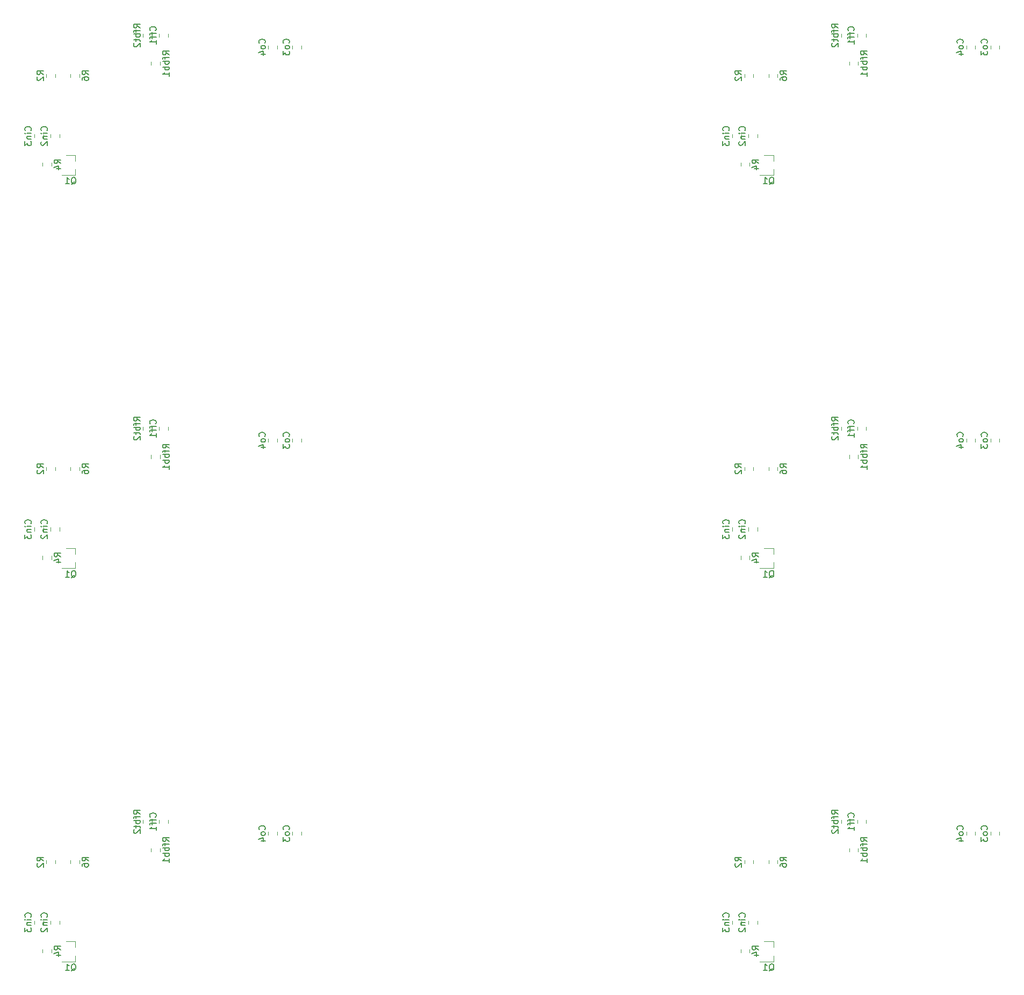
<source format=gbr>
G04 #@! TF.GenerationSoftware,KiCad,Pcbnew,5.1.4*
G04 #@! TF.CreationDate,2019-11-01T23:16:51-03:00*
G04 #@! TF.ProjectId,fonte_18V_panel,666f6e74-655f-4313-9856-5f70616e656c,rev?*
G04 #@! TF.SameCoordinates,Original*
G04 #@! TF.FileFunction,Legend,Bot*
G04 #@! TF.FilePolarity,Positive*
%FSLAX46Y46*%
G04 Gerber Fmt 4.6, Leading zero omitted, Abs format (unit mm)*
G04 Created by KiCad (PCBNEW 5.1.4) date 2019-11-01 23:16:51*
%MOMM*%
%LPD*%
G04 APERTURE LIST*
%ADD10C,0.120000*%
%ADD11C,0.150000*%
G04 APERTURE END LIST*
D10*
X213055000Y-166178748D02*
X213055000Y-166701252D01*
X214475000Y-166178748D02*
X214475000Y-166701252D01*
X103055000Y-166178748D02*
X103055000Y-166701252D01*
X104475000Y-166178748D02*
X104475000Y-166701252D01*
X213055000Y-104178748D02*
X213055000Y-104701252D01*
X214475000Y-104178748D02*
X214475000Y-104701252D01*
X103055000Y-104178748D02*
X103055000Y-104701252D01*
X104475000Y-104178748D02*
X104475000Y-104701252D01*
X213055000Y-42178748D02*
X213055000Y-42701252D01*
X214475000Y-42178748D02*
X214475000Y-42701252D01*
X182660000Y-183470000D02*
X182660000Y-184400000D01*
X182660000Y-186630000D02*
X182660000Y-185700000D01*
X182660000Y-186630000D02*
X180500000Y-186630000D01*
X182660000Y-183470000D02*
X181200000Y-183470000D01*
X72660000Y-183470000D02*
X72660000Y-184400000D01*
X72660000Y-186630000D02*
X72660000Y-185700000D01*
X72660000Y-186630000D02*
X70500000Y-186630000D01*
X72660000Y-183470000D02*
X71200000Y-183470000D01*
X182660000Y-121470000D02*
X182660000Y-122400000D01*
X182660000Y-124630000D02*
X182660000Y-123700000D01*
X182660000Y-124630000D02*
X180500000Y-124630000D01*
X182660000Y-121470000D02*
X181200000Y-121470000D01*
X72660000Y-121470000D02*
X72660000Y-122400000D01*
X72660000Y-124630000D02*
X72660000Y-123700000D01*
X72660000Y-124630000D02*
X70500000Y-124630000D01*
X72660000Y-121470000D02*
X71200000Y-121470000D01*
X182660000Y-59470000D02*
X182660000Y-60400000D01*
X182660000Y-62630000D02*
X182660000Y-61700000D01*
X182660000Y-62630000D02*
X180500000Y-62630000D01*
X182660000Y-59470000D02*
X181200000Y-59470000D01*
X216865000Y-166178748D02*
X216865000Y-166701252D01*
X218285000Y-166178748D02*
X218285000Y-166701252D01*
X106865000Y-166178748D02*
X106865000Y-166701252D01*
X108285000Y-166178748D02*
X108285000Y-166701252D01*
X216865000Y-104178748D02*
X216865000Y-104701252D01*
X218285000Y-104178748D02*
X218285000Y-104701252D01*
X106865000Y-104178748D02*
X106865000Y-104701252D01*
X108285000Y-104178748D02*
X108285000Y-104701252D01*
X216865000Y-42178748D02*
X216865000Y-42701252D01*
X218285000Y-42178748D02*
X218285000Y-42701252D01*
X183315000Y-171196252D02*
X183315000Y-170673748D01*
X181895000Y-171196252D02*
X181895000Y-170673748D01*
X73315000Y-171196252D02*
X73315000Y-170673748D01*
X71895000Y-171196252D02*
X71895000Y-170673748D01*
X183315000Y-109196252D02*
X183315000Y-108673748D01*
X181895000Y-109196252D02*
X181895000Y-108673748D01*
X73315000Y-109196252D02*
X73315000Y-108673748D01*
X71895000Y-109196252D02*
X71895000Y-108673748D01*
X183315000Y-47196252D02*
X183315000Y-46673748D01*
X181895000Y-47196252D02*
X181895000Y-46673748D01*
X195865000Y-164323748D02*
X195865000Y-164846252D01*
X197285000Y-164323748D02*
X197285000Y-164846252D01*
X85865000Y-164323748D02*
X85865000Y-164846252D01*
X87285000Y-164323748D02*
X87285000Y-164846252D01*
X195865000Y-102323748D02*
X195865000Y-102846252D01*
X197285000Y-102323748D02*
X197285000Y-102846252D01*
X85865000Y-102323748D02*
X85865000Y-102846252D01*
X87285000Y-102323748D02*
X87285000Y-102846252D01*
X195865000Y-40323748D02*
X195865000Y-40846252D01*
X197285000Y-40323748D02*
X197285000Y-40846252D01*
X178720000Y-180198748D02*
X178720000Y-180721252D01*
X180140000Y-180198748D02*
X180140000Y-180721252D01*
X68720000Y-180198748D02*
X68720000Y-180721252D01*
X70140000Y-180198748D02*
X70140000Y-180721252D01*
X178720000Y-118198748D02*
X178720000Y-118721252D01*
X180140000Y-118198748D02*
X180140000Y-118721252D01*
X68720000Y-118198748D02*
X68720000Y-118721252D01*
X70140000Y-118198748D02*
X70140000Y-118721252D01*
X178720000Y-56198748D02*
X178720000Y-56721252D01*
X180140000Y-56198748D02*
X180140000Y-56721252D01*
X196015000Y-169291252D02*
X196015000Y-168768748D01*
X194595000Y-169291252D02*
X194595000Y-168768748D01*
X86015000Y-169291252D02*
X86015000Y-168768748D01*
X84595000Y-169291252D02*
X84595000Y-168768748D01*
X196015000Y-107291252D02*
X196015000Y-106768748D01*
X194595000Y-107291252D02*
X194595000Y-106768748D01*
X86015000Y-107291252D02*
X86015000Y-106768748D01*
X84595000Y-107291252D02*
X84595000Y-106768748D01*
X196015000Y-45291252D02*
X196015000Y-44768748D01*
X194595000Y-45291252D02*
X194595000Y-44768748D01*
X176180000Y-180198748D02*
X176180000Y-180721252D01*
X177600000Y-180198748D02*
X177600000Y-180721252D01*
X66180000Y-180198748D02*
X66180000Y-180721252D01*
X67600000Y-180198748D02*
X67600000Y-180721252D01*
X176180000Y-118198748D02*
X176180000Y-118721252D01*
X177600000Y-118198748D02*
X177600000Y-118721252D01*
X66180000Y-118198748D02*
X66180000Y-118721252D01*
X67600000Y-118198748D02*
X67600000Y-118721252D01*
X176180000Y-56198748D02*
X176180000Y-56721252D01*
X177600000Y-56198748D02*
X177600000Y-56721252D01*
X193325000Y-164323748D02*
X193325000Y-164846252D01*
X194745000Y-164323748D02*
X194745000Y-164846252D01*
X83325000Y-164323748D02*
X83325000Y-164846252D01*
X84745000Y-164323748D02*
X84745000Y-164846252D01*
X193325000Y-102323748D02*
X193325000Y-102846252D01*
X194745000Y-102323748D02*
X194745000Y-102846252D01*
X83325000Y-102323748D02*
X83325000Y-102846252D01*
X84745000Y-102323748D02*
X84745000Y-102846252D01*
X193325000Y-40323748D02*
X193325000Y-40846252D01*
X194745000Y-40323748D02*
X194745000Y-40846252D01*
X178085000Y-170673748D02*
X178085000Y-171196252D01*
X179505000Y-170673748D02*
X179505000Y-171196252D01*
X68085000Y-170673748D02*
X68085000Y-171196252D01*
X69505000Y-170673748D02*
X69505000Y-171196252D01*
X178085000Y-108673748D02*
X178085000Y-109196252D01*
X179505000Y-108673748D02*
X179505000Y-109196252D01*
X68085000Y-108673748D02*
X68085000Y-109196252D01*
X69505000Y-108673748D02*
X69505000Y-109196252D01*
X178085000Y-46673748D02*
X178085000Y-47196252D01*
X179505000Y-46673748D02*
X179505000Y-47196252D01*
X178910000Y-185211252D02*
X178910000Y-184688748D01*
X177490000Y-185211252D02*
X177490000Y-184688748D01*
X68910000Y-185211252D02*
X68910000Y-184688748D01*
X67490000Y-185211252D02*
X67490000Y-184688748D01*
X178910000Y-123211252D02*
X178910000Y-122688748D01*
X177490000Y-123211252D02*
X177490000Y-122688748D01*
X68910000Y-123211252D02*
X68910000Y-122688748D01*
X67490000Y-123211252D02*
X67490000Y-122688748D01*
X178910000Y-61211252D02*
X178910000Y-60688748D01*
X177490000Y-61211252D02*
X177490000Y-60688748D01*
X67490000Y-61211252D02*
X67490000Y-60688748D01*
X68910000Y-61211252D02*
X68910000Y-60688748D01*
X84745000Y-40323748D02*
X84745000Y-40846252D01*
X83325000Y-40323748D02*
X83325000Y-40846252D01*
X84595000Y-45291252D02*
X84595000Y-44768748D01*
X86015000Y-45291252D02*
X86015000Y-44768748D01*
X71895000Y-47196252D02*
X71895000Y-46673748D01*
X73315000Y-47196252D02*
X73315000Y-46673748D01*
X69505000Y-46673748D02*
X69505000Y-47196252D01*
X68085000Y-46673748D02*
X68085000Y-47196252D01*
X72660000Y-59470000D02*
X71200000Y-59470000D01*
X72660000Y-62630000D02*
X70500000Y-62630000D01*
X72660000Y-62630000D02*
X72660000Y-61700000D01*
X72660000Y-59470000D02*
X72660000Y-60400000D01*
X104475000Y-42178748D02*
X104475000Y-42701252D01*
X103055000Y-42178748D02*
X103055000Y-42701252D01*
X108285000Y-42178748D02*
X108285000Y-42701252D01*
X106865000Y-42178748D02*
X106865000Y-42701252D01*
X67600000Y-56198748D02*
X67600000Y-56721252D01*
X66180000Y-56198748D02*
X66180000Y-56721252D01*
X70140000Y-56198748D02*
X70140000Y-56721252D01*
X68720000Y-56198748D02*
X68720000Y-56721252D01*
X87285000Y-40323748D02*
X87285000Y-40846252D01*
X85865000Y-40323748D02*
X85865000Y-40846252D01*
D11*
X212472142Y-165820952D02*
X212519761Y-165773333D01*
X212567380Y-165630476D01*
X212567380Y-165535238D01*
X212519761Y-165392380D01*
X212424523Y-165297142D01*
X212329285Y-165249523D01*
X212138809Y-165201904D01*
X211995952Y-165201904D01*
X211805476Y-165249523D01*
X211710238Y-165297142D01*
X211615000Y-165392380D01*
X211567380Y-165535238D01*
X211567380Y-165630476D01*
X211615000Y-165773333D01*
X211662619Y-165820952D01*
X212567380Y-166392380D02*
X212519761Y-166297142D01*
X212472142Y-166249523D01*
X212376904Y-166201904D01*
X212091190Y-166201904D01*
X211995952Y-166249523D01*
X211948333Y-166297142D01*
X211900714Y-166392380D01*
X211900714Y-166535238D01*
X211948333Y-166630476D01*
X211995952Y-166678095D01*
X212091190Y-166725714D01*
X212376904Y-166725714D01*
X212472142Y-166678095D01*
X212519761Y-166630476D01*
X212567380Y-166535238D01*
X212567380Y-166392380D01*
X211900714Y-167582857D02*
X212567380Y-167582857D01*
X211519761Y-167344761D02*
X212234047Y-167106666D01*
X212234047Y-167725714D01*
X102472142Y-165820952D02*
X102519761Y-165773333D01*
X102567380Y-165630476D01*
X102567380Y-165535238D01*
X102519761Y-165392380D01*
X102424523Y-165297142D01*
X102329285Y-165249523D01*
X102138809Y-165201904D01*
X101995952Y-165201904D01*
X101805476Y-165249523D01*
X101710238Y-165297142D01*
X101615000Y-165392380D01*
X101567380Y-165535238D01*
X101567380Y-165630476D01*
X101615000Y-165773333D01*
X101662619Y-165820952D01*
X102567380Y-166392380D02*
X102519761Y-166297142D01*
X102472142Y-166249523D01*
X102376904Y-166201904D01*
X102091190Y-166201904D01*
X101995952Y-166249523D01*
X101948333Y-166297142D01*
X101900714Y-166392380D01*
X101900714Y-166535238D01*
X101948333Y-166630476D01*
X101995952Y-166678095D01*
X102091190Y-166725714D01*
X102376904Y-166725714D01*
X102472142Y-166678095D01*
X102519761Y-166630476D01*
X102567380Y-166535238D01*
X102567380Y-166392380D01*
X101900714Y-167582857D02*
X102567380Y-167582857D01*
X101519761Y-167344761D02*
X102234047Y-167106666D01*
X102234047Y-167725714D01*
X212472142Y-103820952D02*
X212519761Y-103773333D01*
X212567380Y-103630476D01*
X212567380Y-103535238D01*
X212519761Y-103392380D01*
X212424523Y-103297142D01*
X212329285Y-103249523D01*
X212138809Y-103201904D01*
X211995952Y-103201904D01*
X211805476Y-103249523D01*
X211710238Y-103297142D01*
X211615000Y-103392380D01*
X211567380Y-103535238D01*
X211567380Y-103630476D01*
X211615000Y-103773333D01*
X211662619Y-103820952D01*
X212567380Y-104392380D02*
X212519761Y-104297142D01*
X212472142Y-104249523D01*
X212376904Y-104201904D01*
X212091190Y-104201904D01*
X211995952Y-104249523D01*
X211948333Y-104297142D01*
X211900714Y-104392380D01*
X211900714Y-104535238D01*
X211948333Y-104630476D01*
X211995952Y-104678095D01*
X212091190Y-104725714D01*
X212376904Y-104725714D01*
X212472142Y-104678095D01*
X212519761Y-104630476D01*
X212567380Y-104535238D01*
X212567380Y-104392380D01*
X211900714Y-105582857D02*
X212567380Y-105582857D01*
X211519761Y-105344761D02*
X212234047Y-105106666D01*
X212234047Y-105725714D01*
X102472142Y-103820952D02*
X102519761Y-103773333D01*
X102567380Y-103630476D01*
X102567380Y-103535238D01*
X102519761Y-103392380D01*
X102424523Y-103297142D01*
X102329285Y-103249523D01*
X102138809Y-103201904D01*
X101995952Y-103201904D01*
X101805476Y-103249523D01*
X101710238Y-103297142D01*
X101615000Y-103392380D01*
X101567380Y-103535238D01*
X101567380Y-103630476D01*
X101615000Y-103773333D01*
X101662619Y-103820952D01*
X102567380Y-104392380D02*
X102519761Y-104297142D01*
X102472142Y-104249523D01*
X102376904Y-104201904D01*
X102091190Y-104201904D01*
X101995952Y-104249523D01*
X101948333Y-104297142D01*
X101900714Y-104392380D01*
X101900714Y-104535238D01*
X101948333Y-104630476D01*
X101995952Y-104678095D01*
X102091190Y-104725714D01*
X102376904Y-104725714D01*
X102472142Y-104678095D01*
X102519761Y-104630476D01*
X102567380Y-104535238D01*
X102567380Y-104392380D01*
X101900714Y-105582857D02*
X102567380Y-105582857D01*
X101519761Y-105344761D02*
X102234047Y-105106666D01*
X102234047Y-105725714D01*
X212472142Y-41820952D02*
X212519761Y-41773333D01*
X212567380Y-41630476D01*
X212567380Y-41535238D01*
X212519761Y-41392380D01*
X212424523Y-41297142D01*
X212329285Y-41249523D01*
X212138809Y-41201904D01*
X211995952Y-41201904D01*
X211805476Y-41249523D01*
X211710238Y-41297142D01*
X211615000Y-41392380D01*
X211567380Y-41535238D01*
X211567380Y-41630476D01*
X211615000Y-41773333D01*
X211662619Y-41820952D01*
X212567380Y-42392380D02*
X212519761Y-42297142D01*
X212472142Y-42249523D01*
X212376904Y-42201904D01*
X212091190Y-42201904D01*
X211995952Y-42249523D01*
X211948333Y-42297142D01*
X211900714Y-42392380D01*
X211900714Y-42535238D01*
X211948333Y-42630476D01*
X211995952Y-42678095D01*
X212091190Y-42725714D01*
X212376904Y-42725714D01*
X212472142Y-42678095D01*
X212519761Y-42630476D01*
X212567380Y-42535238D01*
X212567380Y-42392380D01*
X211900714Y-43582857D02*
X212567380Y-43582857D01*
X211519761Y-43344761D02*
X212234047Y-43106666D01*
X212234047Y-43725714D01*
X181995238Y-188097619D02*
X182090476Y-188050000D01*
X182185714Y-187954761D01*
X182328571Y-187811904D01*
X182423809Y-187764285D01*
X182519047Y-187764285D01*
X182471428Y-188002380D02*
X182566666Y-187954761D01*
X182661904Y-187859523D01*
X182709523Y-187669047D01*
X182709523Y-187335714D01*
X182661904Y-187145238D01*
X182566666Y-187050000D01*
X182471428Y-187002380D01*
X182280952Y-187002380D01*
X182185714Y-187050000D01*
X182090476Y-187145238D01*
X182042857Y-187335714D01*
X182042857Y-187669047D01*
X182090476Y-187859523D01*
X182185714Y-187954761D01*
X182280952Y-188002380D01*
X182471428Y-188002380D01*
X181090476Y-188002380D02*
X181661904Y-188002380D01*
X181376190Y-188002380D02*
X181376190Y-187002380D01*
X181471428Y-187145238D01*
X181566666Y-187240476D01*
X181661904Y-187288095D01*
X71995238Y-188097619D02*
X72090476Y-188050000D01*
X72185714Y-187954761D01*
X72328571Y-187811904D01*
X72423809Y-187764285D01*
X72519047Y-187764285D01*
X72471428Y-188002380D02*
X72566666Y-187954761D01*
X72661904Y-187859523D01*
X72709523Y-187669047D01*
X72709523Y-187335714D01*
X72661904Y-187145238D01*
X72566666Y-187050000D01*
X72471428Y-187002380D01*
X72280952Y-187002380D01*
X72185714Y-187050000D01*
X72090476Y-187145238D01*
X72042857Y-187335714D01*
X72042857Y-187669047D01*
X72090476Y-187859523D01*
X72185714Y-187954761D01*
X72280952Y-188002380D01*
X72471428Y-188002380D01*
X71090476Y-188002380D02*
X71661904Y-188002380D01*
X71376190Y-188002380D02*
X71376190Y-187002380D01*
X71471428Y-187145238D01*
X71566666Y-187240476D01*
X71661904Y-187288095D01*
X181995238Y-126097619D02*
X182090476Y-126050000D01*
X182185714Y-125954761D01*
X182328571Y-125811904D01*
X182423809Y-125764285D01*
X182519047Y-125764285D01*
X182471428Y-126002380D02*
X182566666Y-125954761D01*
X182661904Y-125859523D01*
X182709523Y-125669047D01*
X182709523Y-125335714D01*
X182661904Y-125145238D01*
X182566666Y-125050000D01*
X182471428Y-125002380D01*
X182280952Y-125002380D01*
X182185714Y-125050000D01*
X182090476Y-125145238D01*
X182042857Y-125335714D01*
X182042857Y-125669047D01*
X182090476Y-125859523D01*
X182185714Y-125954761D01*
X182280952Y-126002380D01*
X182471428Y-126002380D01*
X181090476Y-126002380D02*
X181661904Y-126002380D01*
X181376190Y-126002380D02*
X181376190Y-125002380D01*
X181471428Y-125145238D01*
X181566666Y-125240476D01*
X181661904Y-125288095D01*
X71995238Y-126097619D02*
X72090476Y-126050000D01*
X72185714Y-125954761D01*
X72328571Y-125811904D01*
X72423809Y-125764285D01*
X72519047Y-125764285D01*
X72471428Y-126002380D02*
X72566666Y-125954761D01*
X72661904Y-125859523D01*
X72709523Y-125669047D01*
X72709523Y-125335714D01*
X72661904Y-125145238D01*
X72566666Y-125050000D01*
X72471428Y-125002380D01*
X72280952Y-125002380D01*
X72185714Y-125050000D01*
X72090476Y-125145238D01*
X72042857Y-125335714D01*
X72042857Y-125669047D01*
X72090476Y-125859523D01*
X72185714Y-125954761D01*
X72280952Y-126002380D01*
X72471428Y-126002380D01*
X71090476Y-126002380D02*
X71661904Y-126002380D01*
X71376190Y-126002380D02*
X71376190Y-125002380D01*
X71471428Y-125145238D01*
X71566666Y-125240476D01*
X71661904Y-125288095D01*
X181995238Y-64097619D02*
X182090476Y-64050000D01*
X182185714Y-63954761D01*
X182328571Y-63811904D01*
X182423809Y-63764285D01*
X182519047Y-63764285D01*
X182471428Y-64002380D02*
X182566666Y-63954761D01*
X182661904Y-63859523D01*
X182709523Y-63669047D01*
X182709523Y-63335714D01*
X182661904Y-63145238D01*
X182566666Y-63050000D01*
X182471428Y-63002380D01*
X182280952Y-63002380D01*
X182185714Y-63050000D01*
X182090476Y-63145238D01*
X182042857Y-63335714D01*
X182042857Y-63669047D01*
X182090476Y-63859523D01*
X182185714Y-63954761D01*
X182280952Y-64002380D01*
X182471428Y-64002380D01*
X181090476Y-64002380D02*
X181661904Y-64002380D01*
X181376190Y-64002380D02*
X181376190Y-63002380D01*
X181471428Y-63145238D01*
X181566666Y-63240476D01*
X181661904Y-63288095D01*
X216282142Y-165820952D02*
X216329761Y-165773333D01*
X216377380Y-165630476D01*
X216377380Y-165535238D01*
X216329761Y-165392380D01*
X216234523Y-165297142D01*
X216139285Y-165249523D01*
X215948809Y-165201904D01*
X215805952Y-165201904D01*
X215615476Y-165249523D01*
X215520238Y-165297142D01*
X215425000Y-165392380D01*
X215377380Y-165535238D01*
X215377380Y-165630476D01*
X215425000Y-165773333D01*
X215472619Y-165820952D01*
X216377380Y-166392380D02*
X216329761Y-166297142D01*
X216282142Y-166249523D01*
X216186904Y-166201904D01*
X215901190Y-166201904D01*
X215805952Y-166249523D01*
X215758333Y-166297142D01*
X215710714Y-166392380D01*
X215710714Y-166535238D01*
X215758333Y-166630476D01*
X215805952Y-166678095D01*
X215901190Y-166725714D01*
X216186904Y-166725714D01*
X216282142Y-166678095D01*
X216329761Y-166630476D01*
X216377380Y-166535238D01*
X216377380Y-166392380D01*
X215377380Y-167059047D02*
X215377380Y-167678095D01*
X215758333Y-167344761D01*
X215758333Y-167487619D01*
X215805952Y-167582857D01*
X215853571Y-167630476D01*
X215948809Y-167678095D01*
X216186904Y-167678095D01*
X216282142Y-167630476D01*
X216329761Y-167582857D01*
X216377380Y-167487619D01*
X216377380Y-167201904D01*
X216329761Y-167106666D01*
X216282142Y-167059047D01*
X106282142Y-165820952D02*
X106329761Y-165773333D01*
X106377380Y-165630476D01*
X106377380Y-165535238D01*
X106329761Y-165392380D01*
X106234523Y-165297142D01*
X106139285Y-165249523D01*
X105948809Y-165201904D01*
X105805952Y-165201904D01*
X105615476Y-165249523D01*
X105520238Y-165297142D01*
X105425000Y-165392380D01*
X105377380Y-165535238D01*
X105377380Y-165630476D01*
X105425000Y-165773333D01*
X105472619Y-165820952D01*
X106377380Y-166392380D02*
X106329761Y-166297142D01*
X106282142Y-166249523D01*
X106186904Y-166201904D01*
X105901190Y-166201904D01*
X105805952Y-166249523D01*
X105758333Y-166297142D01*
X105710714Y-166392380D01*
X105710714Y-166535238D01*
X105758333Y-166630476D01*
X105805952Y-166678095D01*
X105901190Y-166725714D01*
X106186904Y-166725714D01*
X106282142Y-166678095D01*
X106329761Y-166630476D01*
X106377380Y-166535238D01*
X106377380Y-166392380D01*
X105377380Y-167059047D02*
X105377380Y-167678095D01*
X105758333Y-167344761D01*
X105758333Y-167487619D01*
X105805952Y-167582857D01*
X105853571Y-167630476D01*
X105948809Y-167678095D01*
X106186904Y-167678095D01*
X106282142Y-167630476D01*
X106329761Y-167582857D01*
X106377380Y-167487619D01*
X106377380Y-167201904D01*
X106329761Y-167106666D01*
X106282142Y-167059047D01*
X216282142Y-103820952D02*
X216329761Y-103773333D01*
X216377380Y-103630476D01*
X216377380Y-103535238D01*
X216329761Y-103392380D01*
X216234523Y-103297142D01*
X216139285Y-103249523D01*
X215948809Y-103201904D01*
X215805952Y-103201904D01*
X215615476Y-103249523D01*
X215520238Y-103297142D01*
X215425000Y-103392380D01*
X215377380Y-103535238D01*
X215377380Y-103630476D01*
X215425000Y-103773333D01*
X215472619Y-103820952D01*
X216377380Y-104392380D02*
X216329761Y-104297142D01*
X216282142Y-104249523D01*
X216186904Y-104201904D01*
X215901190Y-104201904D01*
X215805952Y-104249523D01*
X215758333Y-104297142D01*
X215710714Y-104392380D01*
X215710714Y-104535238D01*
X215758333Y-104630476D01*
X215805952Y-104678095D01*
X215901190Y-104725714D01*
X216186904Y-104725714D01*
X216282142Y-104678095D01*
X216329761Y-104630476D01*
X216377380Y-104535238D01*
X216377380Y-104392380D01*
X215377380Y-105059047D02*
X215377380Y-105678095D01*
X215758333Y-105344761D01*
X215758333Y-105487619D01*
X215805952Y-105582857D01*
X215853571Y-105630476D01*
X215948809Y-105678095D01*
X216186904Y-105678095D01*
X216282142Y-105630476D01*
X216329761Y-105582857D01*
X216377380Y-105487619D01*
X216377380Y-105201904D01*
X216329761Y-105106666D01*
X216282142Y-105059047D01*
X106282142Y-103820952D02*
X106329761Y-103773333D01*
X106377380Y-103630476D01*
X106377380Y-103535238D01*
X106329761Y-103392380D01*
X106234523Y-103297142D01*
X106139285Y-103249523D01*
X105948809Y-103201904D01*
X105805952Y-103201904D01*
X105615476Y-103249523D01*
X105520238Y-103297142D01*
X105425000Y-103392380D01*
X105377380Y-103535238D01*
X105377380Y-103630476D01*
X105425000Y-103773333D01*
X105472619Y-103820952D01*
X106377380Y-104392380D02*
X106329761Y-104297142D01*
X106282142Y-104249523D01*
X106186904Y-104201904D01*
X105901190Y-104201904D01*
X105805952Y-104249523D01*
X105758333Y-104297142D01*
X105710714Y-104392380D01*
X105710714Y-104535238D01*
X105758333Y-104630476D01*
X105805952Y-104678095D01*
X105901190Y-104725714D01*
X106186904Y-104725714D01*
X106282142Y-104678095D01*
X106329761Y-104630476D01*
X106377380Y-104535238D01*
X106377380Y-104392380D01*
X105377380Y-105059047D02*
X105377380Y-105678095D01*
X105758333Y-105344761D01*
X105758333Y-105487619D01*
X105805952Y-105582857D01*
X105853571Y-105630476D01*
X105948809Y-105678095D01*
X106186904Y-105678095D01*
X106282142Y-105630476D01*
X106329761Y-105582857D01*
X106377380Y-105487619D01*
X106377380Y-105201904D01*
X106329761Y-105106666D01*
X106282142Y-105059047D01*
X216282142Y-41820952D02*
X216329761Y-41773333D01*
X216377380Y-41630476D01*
X216377380Y-41535238D01*
X216329761Y-41392380D01*
X216234523Y-41297142D01*
X216139285Y-41249523D01*
X215948809Y-41201904D01*
X215805952Y-41201904D01*
X215615476Y-41249523D01*
X215520238Y-41297142D01*
X215425000Y-41392380D01*
X215377380Y-41535238D01*
X215377380Y-41630476D01*
X215425000Y-41773333D01*
X215472619Y-41820952D01*
X216377380Y-42392380D02*
X216329761Y-42297142D01*
X216282142Y-42249523D01*
X216186904Y-42201904D01*
X215901190Y-42201904D01*
X215805952Y-42249523D01*
X215758333Y-42297142D01*
X215710714Y-42392380D01*
X215710714Y-42535238D01*
X215758333Y-42630476D01*
X215805952Y-42678095D01*
X215901190Y-42725714D01*
X216186904Y-42725714D01*
X216282142Y-42678095D01*
X216329761Y-42630476D01*
X216377380Y-42535238D01*
X216377380Y-42392380D01*
X215377380Y-43059047D02*
X215377380Y-43678095D01*
X215758333Y-43344761D01*
X215758333Y-43487619D01*
X215805952Y-43582857D01*
X215853571Y-43630476D01*
X215948809Y-43678095D01*
X216186904Y-43678095D01*
X216282142Y-43630476D01*
X216329761Y-43582857D01*
X216377380Y-43487619D01*
X216377380Y-43201904D01*
X216329761Y-43106666D01*
X216282142Y-43059047D01*
X184707380Y-170768333D02*
X184231190Y-170435000D01*
X184707380Y-170196904D02*
X183707380Y-170196904D01*
X183707380Y-170577857D01*
X183755000Y-170673095D01*
X183802619Y-170720714D01*
X183897857Y-170768333D01*
X184040714Y-170768333D01*
X184135952Y-170720714D01*
X184183571Y-170673095D01*
X184231190Y-170577857D01*
X184231190Y-170196904D01*
X183707380Y-171625476D02*
X183707380Y-171435000D01*
X183755000Y-171339761D01*
X183802619Y-171292142D01*
X183945476Y-171196904D01*
X184135952Y-171149285D01*
X184516904Y-171149285D01*
X184612142Y-171196904D01*
X184659761Y-171244523D01*
X184707380Y-171339761D01*
X184707380Y-171530238D01*
X184659761Y-171625476D01*
X184612142Y-171673095D01*
X184516904Y-171720714D01*
X184278809Y-171720714D01*
X184183571Y-171673095D01*
X184135952Y-171625476D01*
X184088333Y-171530238D01*
X184088333Y-171339761D01*
X184135952Y-171244523D01*
X184183571Y-171196904D01*
X184278809Y-171149285D01*
X74707380Y-170768333D02*
X74231190Y-170435000D01*
X74707380Y-170196904D02*
X73707380Y-170196904D01*
X73707380Y-170577857D01*
X73755000Y-170673095D01*
X73802619Y-170720714D01*
X73897857Y-170768333D01*
X74040714Y-170768333D01*
X74135952Y-170720714D01*
X74183571Y-170673095D01*
X74231190Y-170577857D01*
X74231190Y-170196904D01*
X73707380Y-171625476D02*
X73707380Y-171435000D01*
X73755000Y-171339761D01*
X73802619Y-171292142D01*
X73945476Y-171196904D01*
X74135952Y-171149285D01*
X74516904Y-171149285D01*
X74612142Y-171196904D01*
X74659761Y-171244523D01*
X74707380Y-171339761D01*
X74707380Y-171530238D01*
X74659761Y-171625476D01*
X74612142Y-171673095D01*
X74516904Y-171720714D01*
X74278809Y-171720714D01*
X74183571Y-171673095D01*
X74135952Y-171625476D01*
X74088333Y-171530238D01*
X74088333Y-171339761D01*
X74135952Y-171244523D01*
X74183571Y-171196904D01*
X74278809Y-171149285D01*
X184707380Y-108768333D02*
X184231190Y-108435000D01*
X184707380Y-108196904D02*
X183707380Y-108196904D01*
X183707380Y-108577857D01*
X183755000Y-108673095D01*
X183802619Y-108720714D01*
X183897857Y-108768333D01*
X184040714Y-108768333D01*
X184135952Y-108720714D01*
X184183571Y-108673095D01*
X184231190Y-108577857D01*
X184231190Y-108196904D01*
X183707380Y-109625476D02*
X183707380Y-109435000D01*
X183755000Y-109339761D01*
X183802619Y-109292142D01*
X183945476Y-109196904D01*
X184135952Y-109149285D01*
X184516904Y-109149285D01*
X184612142Y-109196904D01*
X184659761Y-109244523D01*
X184707380Y-109339761D01*
X184707380Y-109530238D01*
X184659761Y-109625476D01*
X184612142Y-109673095D01*
X184516904Y-109720714D01*
X184278809Y-109720714D01*
X184183571Y-109673095D01*
X184135952Y-109625476D01*
X184088333Y-109530238D01*
X184088333Y-109339761D01*
X184135952Y-109244523D01*
X184183571Y-109196904D01*
X184278809Y-109149285D01*
X74707380Y-108768333D02*
X74231190Y-108435000D01*
X74707380Y-108196904D02*
X73707380Y-108196904D01*
X73707380Y-108577857D01*
X73755000Y-108673095D01*
X73802619Y-108720714D01*
X73897857Y-108768333D01*
X74040714Y-108768333D01*
X74135952Y-108720714D01*
X74183571Y-108673095D01*
X74231190Y-108577857D01*
X74231190Y-108196904D01*
X73707380Y-109625476D02*
X73707380Y-109435000D01*
X73755000Y-109339761D01*
X73802619Y-109292142D01*
X73945476Y-109196904D01*
X74135952Y-109149285D01*
X74516904Y-109149285D01*
X74612142Y-109196904D01*
X74659761Y-109244523D01*
X74707380Y-109339761D01*
X74707380Y-109530238D01*
X74659761Y-109625476D01*
X74612142Y-109673095D01*
X74516904Y-109720714D01*
X74278809Y-109720714D01*
X74183571Y-109673095D01*
X74135952Y-109625476D01*
X74088333Y-109530238D01*
X74088333Y-109339761D01*
X74135952Y-109244523D01*
X74183571Y-109196904D01*
X74278809Y-109149285D01*
X184707380Y-46768333D02*
X184231190Y-46435000D01*
X184707380Y-46196904D02*
X183707380Y-46196904D01*
X183707380Y-46577857D01*
X183755000Y-46673095D01*
X183802619Y-46720714D01*
X183897857Y-46768333D01*
X184040714Y-46768333D01*
X184135952Y-46720714D01*
X184183571Y-46673095D01*
X184231190Y-46577857D01*
X184231190Y-46196904D01*
X183707380Y-47625476D02*
X183707380Y-47435000D01*
X183755000Y-47339761D01*
X183802619Y-47292142D01*
X183945476Y-47196904D01*
X184135952Y-47149285D01*
X184516904Y-47149285D01*
X184612142Y-47196904D01*
X184659761Y-47244523D01*
X184707380Y-47339761D01*
X184707380Y-47530238D01*
X184659761Y-47625476D01*
X184612142Y-47673095D01*
X184516904Y-47720714D01*
X184278809Y-47720714D01*
X184183571Y-47673095D01*
X184135952Y-47625476D01*
X184088333Y-47530238D01*
X184088333Y-47339761D01*
X184135952Y-47244523D01*
X184183571Y-47196904D01*
X184278809Y-47149285D01*
X195282142Y-163846904D02*
X195329761Y-163799285D01*
X195377380Y-163656428D01*
X195377380Y-163561190D01*
X195329761Y-163418333D01*
X195234523Y-163323095D01*
X195139285Y-163275476D01*
X194948809Y-163227857D01*
X194805952Y-163227857D01*
X194615476Y-163275476D01*
X194520238Y-163323095D01*
X194425000Y-163418333D01*
X194377380Y-163561190D01*
X194377380Y-163656428D01*
X194425000Y-163799285D01*
X194472619Y-163846904D01*
X194710714Y-164132619D02*
X194710714Y-164513571D01*
X195377380Y-164275476D02*
X194520238Y-164275476D01*
X194425000Y-164323095D01*
X194377380Y-164418333D01*
X194377380Y-164513571D01*
X194710714Y-164704047D02*
X194710714Y-165085000D01*
X195377380Y-164846904D02*
X194520238Y-164846904D01*
X194425000Y-164894523D01*
X194377380Y-164989761D01*
X194377380Y-165085000D01*
X195377380Y-165942142D02*
X195377380Y-165370714D01*
X195377380Y-165656428D02*
X194377380Y-165656428D01*
X194520238Y-165561190D01*
X194615476Y-165465952D01*
X194663095Y-165370714D01*
X85282142Y-163846904D02*
X85329761Y-163799285D01*
X85377380Y-163656428D01*
X85377380Y-163561190D01*
X85329761Y-163418333D01*
X85234523Y-163323095D01*
X85139285Y-163275476D01*
X84948809Y-163227857D01*
X84805952Y-163227857D01*
X84615476Y-163275476D01*
X84520238Y-163323095D01*
X84425000Y-163418333D01*
X84377380Y-163561190D01*
X84377380Y-163656428D01*
X84425000Y-163799285D01*
X84472619Y-163846904D01*
X84710714Y-164132619D02*
X84710714Y-164513571D01*
X85377380Y-164275476D02*
X84520238Y-164275476D01*
X84425000Y-164323095D01*
X84377380Y-164418333D01*
X84377380Y-164513571D01*
X84710714Y-164704047D02*
X84710714Y-165085000D01*
X85377380Y-164846904D02*
X84520238Y-164846904D01*
X84425000Y-164894523D01*
X84377380Y-164989761D01*
X84377380Y-165085000D01*
X85377380Y-165942142D02*
X85377380Y-165370714D01*
X85377380Y-165656428D02*
X84377380Y-165656428D01*
X84520238Y-165561190D01*
X84615476Y-165465952D01*
X84663095Y-165370714D01*
X195282142Y-101846904D02*
X195329761Y-101799285D01*
X195377380Y-101656428D01*
X195377380Y-101561190D01*
X195329761Y-101418333D01*
X195234523Y-101323095D01*
X195139285Y-101275476D01*
X194948809Y-101227857D01*
X194805952Y-101227857D01*
X194615476Y-101275476D01*
X194520238Y-101323095D01*
X194425000Y-101418333D01*
X194377380Y-101561190D01*
X194377380Y-101656428D01*
X194425000Y-101799285D01*
X194472619Y-101846904D01*
X194710714Y-102132619D02*
X194710714Y-102513571D01*
X195377380Y-102275476D02*
X194520238Y-102275476D01*
X194425000Y-102323095D01*
X194377380Y-102418333D01*
X194377380Y-102513571D01*
X194710714Y-102704047D02*
X194710714Y-103085000D01*
X195377380Y-102846904D02*
X194520238Y-102846904D01*
X194425000Y-102894523D01*
X194377380Y-102989761D01*
X194377380Y-103085000D01*
X195377380Y-103942142D02*
X195377380Y-103370714D01*
X195377380Y-103656428D02*
X194377380Y-103656428D01*
X194520238Y-103561190D01*
X194615476Y-103465952D01*
X194663095Y-103370714D01*
X85282142Y-101846904D02*
X85329761Y-101799285D01*
X85377380Y-101656428D01*
X85377380Y-101561190D01*
X85329761Y-101418333D01*
X85234523Y-101323095D01*
X85139285Y-101275476D01*
X84948809Y-101227857D01*
X84805952Y-101227857D01*
X84615476Y-101275476D01*
X84520238Y-101323095D01*
X84425000Y-101418333D01*
X84377380Y-101561190D01*
X84377380Y-101656428D01*
X84425000Y-101799285D01*
X84472619Y-101846904D01*
X84710714Y-102132619D02*
X84710714Y-102513571D01*
X85377380Y-102275476D02*
X84520238Y-102275476D01*
X84425000Y-102323095D01*
X84377380Y-102418333D01*
X84377380Y-102513571D01*
X84710714Y-102704047D02*
X84710714Y-103085000D01*
X85377380Y-102846904D02*
X84520238Y-102846904D01*
X84425000Y-102894523D01*
X84377380Y-102989761D01*
X84377380Y-103085000D01*
X85377380Y-103942142D02*
X85377380Y-103370714D01*
X85377380Y-103656428D02*
X84377380Y-103656428D01*
X84520238Y-103561190D01*
X84615476Y-103465952D01*
X84663095Y-103370714D01*
X195282142Y-39846904D02*
X195329761Y-39799285D01*
X195377380Y-39656428D01*
X195377380Y-39561190D01*
X195329761Y-39418333D01*
X195234523Y-39323095D01*
X195139285Y-39275476D01*
X194948809Y-39227857D01*
X194805952Y-39227857D01*
X194615476Y-39275476D01*
X194520238Y-39323095D01*
X194425000Y-39418333D01*
X194377380Y-39561190D01*
X194377380Y-39656428D01*
X194425000Y-39799285D01*
X194472619Y-39846904D01*
X194710714Y-40132619D02*
X194710714Y-40513571D01*
X195377380Y-40275476D02*
X194520238Y-40275476D01*
X194425000Y-40323095D01*
X194377380Y-40418333D01*
X194377380Y-40513571D01*
X194710714Y-40704047D02*
X194710714Y-41085000D01*
X195377380Y-40846904D02*
X194520238Y-40846904D01*
X194425000Y-40894523D01*
X194377380Y-40989761D01*
X194377380Y-41085000D01*
X195377380Y-41942142D02*
X195377380Y-41370714D01*
X195377380Y-41656428D02*
X194377380Y-41656428D01*
X194520238Y-41561190D01*
X194615476Y-41465952D01*
X194663095Y-41370714D01*
X178137142Y-179602857D02*
X178184761Y-179555238D01*
X178232380Y-179412380D01*
X178232380Y-179317142D01*
X178184761Y-179174285D01*
X178089523Y-179079047D01*
X177994285Y-179031428D01*
X177803809Y-178983809D01*
X177660952Y-178983809D01*
X177470476Y-179031428D01*
X177375238Y-179079047D01*
X177280000Y-179174285D01*
X177232380Y-179317142D01*
X177232380Y-179412380D01*
X177280000Y-179555238D01*
X177327619Y-179602857D01*
X178232380Y-180031428D02*
X177565714Y-180031428D01*
X177232380Y-180031428D02*
X177280000Y-179983809D01*
X177327619Y-180031428D01*
X177280000Y-180079047D01*
X177232380Y-180031428D01*
X177327619Y-180031428D01*
X177565714Y-180507619D02*
X178232380Y-180507619D01*
X177660952Y-180507619D02*
X177613333Y-180555238D01*
X177565714Y-180650476D01*
X177565714Y-180793333D01*
X177613333Y-180888571D01*
X177708571Y-180936190D01*
X178232380Y-180936190D01*
X177327619Y-181364761D02*
X177280000Y-181412380D01*
X177232380Y-181507619D01*
X177232380Y-181745714D01*
X177280000Y-181840952D01*
X177327619Y-181888571D01*
X177422857Y-181936190D01*
X177518095Y-181936190D01*
X177660952Y-181888571D01*
X178232380Y-181317142D01*
X178232380Y-181936190D01*
X68137142Y-179602857D02*
X68184761Y-179555238D01*
X68232380Y-179412380D01*
X68232380Y-179317142D01*
X68184761Y-179174285D01*
X68089523Y-179079047D01*
X67994285Y-179031428D01*
X67803809Y-178983809D01*
X67660952Y-178983809D01*
X67470476Y-179031428D01*
X67375238Y-179079047D01*
X67280000Y-179174285D01*
X67232380Y-179317142D01*
X67232380Y-179412380D01*
X67280000Y-179555238D01*
X67327619Y-179602857D01*
X68232380Y-180031428D02*
X67565714Y-180031428D01*
X67232380Y-180031428D02*
X67280000Y-179983809D01*
X67327619Y-180031428D01*
X67280000Y-180079047D01*
X67232380Y-180031428D01*
X67327619Y-180031428D01*
X67565714Y-180507619D02*
X68232380Y-180507619D01*
X67660952Y-180507619D02*
X67613333Y-180555238D01*
X67565714Y-180650476D01*
X67565714Y-180793333D01*
X67613333Y-180888571D01*
X67708571Y-180936190D01*
X68232380Y-180936190D01*
X67327619Y-181364761D02*
X67280000Y-181412380D01*
X67232380Y-181507619D01*
X67232380Y-181745714D01*
X67280000Y-181840952D01*
X67327619Y-181888571D01*
X67422857Y-181936190D01*
X67518095Y-181936190D01*
X67660952Y-181888571D01*
X68232380Y-181317142D01*
X68232380Y-181936190D01*
X178137142Y-117602857D02*
X178184761Y-117555238D01*
X178232380Y-117412380D01*
X178232380Y-117317142D01*
X178184761Y-117174285D01*
X178089523Y-117079047D01*
X177994285Y-117031428D01*
X177803809Y-116983809D01*
X177660952Y-116983809D01*
X177470476Y-117031428D01*
X177375238Y-117079047D01*
X177280000Y-117174285D01*
X177232380Y-117317142D01*
X177232380Y-117412380D01*
X177280000Y-117555238D01*
X177327619Y-117602857D01*
X178232380Y-118031428D02*
X177565714Y-118031428D01*
X177232380Y-118031428D02*
X177280000Y-117983809D01*
X177327619Y-118031428D01*
X177280000Y-118079047D01*
X177232380Y-118031428D01*
X177327619Y-118031428D01*
X177565714Y-118507619D02*
X178232380Y-118507619D01*
X177660952Y-118507619D02*
X177613333Y-118555238D01*
X177565714Y-118650476D01*
X177565714Y-118793333D01*
X177613333Y-118888571D01*
X177708571Y-118936190D01*
X178232380Y-118936190D01*
X177327619Y-119364761D02*
X177280000Y-119412380D01*
X177232380Y-119507619D01*
X177232380Y-119745714D01*
X177280000Y-119840952D01*
X177327619Y-119888571D01*
X177422857Y-119936190D01*
X177518095Y-119936190D01*
X177660952Y-119888571D01*
X178232380Y-119317142D01*
X178232380Y-119936190D01*
X68137142Y-117602857D02*
X68184761Y-117555238D01*
X68232380Y-117412380D01*
X68232380Y-117317142D01*
X68184761Y-117174285D01*
X68089523Y-117079047D01*
X67994285Y-117031428D01*
X67803809Y-116983809D01*
X67660952Y-116983809D01*
X67470476Y-117031428D01*
X67375238Y-117079047D01*
X67280000Y-117174285D01*
X67232380Y-117317142D01*
X67232380Y-117412380D01*
X67280000Y-117555238D01*
X67327619Y-117602857D01*
X68232380Y-118031428D02*
X67565714Y-118031428D01*
X67232380Y-118031428D02*
X67280000Y-117983809D01*
X67327619Y-118031428D01*
X67280000Y-118079047D01*
X67232380Y-118031428D01*
X67327619Y-118031428D01*
X67565714Y-118507619D02*
X68232380Y-118507619D01*
X67660952Y-118507619D02*
X67613333Y-118555238D01*
X67565714Y-118650476D01*
X67565714Y-118793333D01*
X67613333Y-118888571D01*
X67708571Y-118936190D01*
X68232380Y-118936190D01*
X67327619Y-119364761D02*
X67280000Y-119412380D01*
X67232380Y-119507619D01*
X67232380Y-119745714D01*
X67280000Y-119840952D01*
X67327619Y-119888571D01*
X67422857Y-119936190D01*
X67518095Y-119936190D01*
X67660952Y-119888571D01*
X68232380Y-119317142D01*
X68232380Y-119936190D01*
X178137142Y-55602857D02*
X178184761Y-55555238D01*
X178232380Y-55412380D01*
X178232380Y-55317142D01*
X178184761Y-55174285D01*
X178089523Y-55079047D01*
X177994285Y-55031428D01*
X177803809Y-54983809D01*
X177660952Y-54983809D01*
X177470476Y-55031428D01*
X177375238Y-55079047D01*
X177280000Y-55174285D01*
X177232380Y-55317142D01*
X177232380Y-55412380D01*
X177280000Y-55555238D01*
X177327619Y-55602857D01*
X178232380Y-56031428D02*
X177565714Y-56031428D01*
X177232380Y-56031428D02*
X177280000Y-55983809D01*
X177327619Y-56031428D01*
X177280000Y-56079047D01*
X177232380Y-56031428D01*
X177327619Y-56031428D01*
X177565714Y-56507619D02*
X178232380Y-56507619D01*
X177660952Y-56507619D02*
X177613333Y-56555238D01*
X177565714Y-56650476D01*
X177565714Y-56793333D01*
X177613333Y-56888571D01*
X177708571Y-56936190D01*
X178232380Y-56936190D01*
X177327619Y-57364761D02*
X177280000Y-57412380D01*
X177232380Y-57507619D01*
X177232380Y-57745714D01*
X177280000Y-57840952D01*
X177327619Y-57888571D01*
X177422857Y-57936190D01*
X177518095Y-57936190D01*
X177660952Y-57888571D01*
X178232380Y-57317142D01*
X178232380Y-57936190D01*
X197407380Y-167672857D02*
X196931190Y-167339523D01*
X197407380Y-167101428D02*
X196407380Y-167101428D01*
X196407380Y-167482380D01*
X196455000Y-167577619D01*
X196502619Y-167625238D01*
X196597857Y-167672857D01*
X196740714Y-167672857D01*
X196835952Y-167625238D01*
X196883571Y-167577619D01*
X196931190Y-167482380D01*
X196931190Y-167101428D01*
X196740714Y-167958571D02*
X196740714Y-168339523D01*
X197407380Y-168101428D02*
X196550238Y-168101428D01*
X196455000Y-168149047D01*
X196407380Y-168244285D01*
X196407380Y-168339523D01*
X197407380Y-168672857D02*
X196407380Y-168672857D01*
X196788333Y-168672857D02*
X196740714Y-168768095D01*
X196740714Y-168958571D01*
X196788333Y-169053809D01*
X196835952Y-169101428D01*
X196931190Y-169149047D01*
X197216904Y-169149047D01*
X197312142Y-169101428D01*
X197359761Y-169053809D01*
X197407380Y-168958571D01*
X197407380Y-168768095D01*
X197359761Y-168672857D01*
X197407380Y-169577619D02*
X196407380Y-169577619D01*
X196788333Y-169577619D02*
X196740714Y-169672857D01*
X196740714Y-169863333D01*
X196788333Y-169958571D01*
X196835952Y-170006190D01*
X196931190Y-170053809D01*
X197216904Y-170053809D01*
X197312142Y-170006190D01*
X197359761Y-169958571D01*
X197407380Y-169863333D01*
X197407380Y-169672857D01*
X197359761Y-169577619D01*
X197407380Y-171006190D02*
X197407380Y-170434761D01*
X197407380Y-170720476D02*
X196407380Y-170720476D01*
X196550238Y-170625238D01*
X196645476Y-170530000D01*
X196693095Y-170434761D01*
X87407380Y-167672857D02*
X86931190Y-167339523D01*
X87407380Y-167101428D02*
X86407380Y-167101428D01*
X86407380Y-167482380D01*
X86455000Y-167577619D01*
X86502619Y-167625238D01*
X86597857Y-167672857D01*
X86740714Y-167672857D01*
X86835952Y-167625238D01*
X86883571Y-167577619D01*
X86931190Y-167482380D01*
X86931190Y-167101428D01*
X86740714Y-167958571D02*
X86740714Y-168339523D01*
X87407380Y-168101428D02*
X86550238Y-168101428D01*
X86455000Y-168149047D01*
X86407380Y-168244285D01*
X86407380Y-168339523D01*
X87407380Y-168672857D02*
X86407380Y-168672857D01*
X86788333Y-168672857D02*
X86740714Y-168768095D01*
X86740714Y-168958571D01*
X86788333Y-169053809D01*
X86835952Y-169101428D01*
X86931190Y-169149047D01*
X87216904Y-169149047D01*
X87312142Y-169101428D01*
X87359761Y-169053809D01*
X87407380Y-168958571D01*
X87407380Y-168768095D01*
X87359761Y-168672857D01*
X87407380Y-169577619D02*
X86407380Y-169577619D01*
X86788333Y-169577619D02*
X86740714Y-169672857D01*
X86740714Y-169863333D01*
X86788333Y-169958571D01*
X86835952Y-170006190D01*
X86931190Y-170053809D01*
X87216904Y-170053809D01*
X87312142Y-170006190D01*
X87359761Y-169958571D01*
X87407380Y-169863333D01*
X87407380Y-169672857D01*
X87359761Y-169577619D01*
X87407380Y-171006190D02*
X87407380Y-170434761D01*
X87407380Y-170720476D02*
X86407380Y-170720476D01*
X86550238Y-170625238D01*
X86645476Y-170530000D01*
X86693095Y-170434761D01*
X197407380Y-105672857D02*
X196931190Y-105339523D01*
X197407380Y-105101428D02*
X196407380Y-105101428D01*
X196407380Y-105482380D01*
X196455000Y-105577619D01*
X196502619Y-105625238D01*
X196597857Y-105672857D01*
X196740714Y-105672857D01*
X196835952Y-105625238D01*
X196883571Y-105577619D01*
X196931190Y-105482380D01*
X196931190Y-105101428D01*
X196740714Y-105958571D02*
X196740714Y-106339523D01*
X197407380Y-106101428D02*
X196550238Y-106101428D01*
X196455000Y-106149047D01*
X196407380Y-106244285D01*
X196407380Y-106339523D01*
X197407380Y-106672857D02*
X196407380Y-106672857D01*
X196788333Y-106672857D02*
X196740714Y-106768095D01*
X196740714Y-106958571D01*
X196788333Y-107053809D01*
X196835952Y-107101428D01*
X196931190Y-107149047D01*
X197216904Y-107149047D01*
X197312142Y-107101428D01*
X197359761Y-107053809D01*
X197407380Y-106958571D01*
X197407380Y-106768095D01*
X197359761Y-106672857D01*
X197407380Y-107577619D02*
X196407380Y-107577619D01*
X196788333Y-107577619D02*
X196740714Y-107672857D01*
X196740714Y-107863333D01*
X196788333Y-107958571D01*
X196835952Y-108006190D01*
X196931190Y-108053809D01*
X197216904Y-108053809D01*
X197312142Y-108006190D01*
X197359761Y-107958571D01*
X197407380Y-107863333D01*
X197407380Y-107672857D01*
X197359761Y-107577619D01*
X197407380Y-109006190D02*
X197407380Y-108434761D01*
X197407380Y-108720476D02*
X196407380Y-108720476D01*
X196550238Y-108625238D01*
X196645476Y-108530000D01*
X196693095Y-108434761D01*
X87407380Y-105672857D02*
X86931190Y-105339523D01*
X87407380Y-105101428D02*
X86407380Y-105101428D01*
X86407380Y-105482380D01*
X86455000Y-105577619D01*
X86502619Y-105625238D01*
X86597857Y-105672857D01*
X86740714Y-105672857D01*
X86835952Y-105625238D01*
X86883571Y-105577619D01*
X86931190Y-105482380D01*
X86931190Y-105101428D01*
X86740714Y-105958571D02*
X86740714Y-106339523D01*
X87407380Y-106101428D02*
X86550238Y-106101428D01*
X86455000Y-106149047D01*
X86407380Y-106244285D01*
X86407380Y-106339523D01*
X87407380Y-106672857D02*
X86407380Y-106672857D01*
X86788333Y-106672857D02*
X86740714Y-106768095D01*
X86740714Y-106958571D01*
X86788333Y-107053809D01*
X86835952Y-107101428D01*
X86931190Y-107149047D01*
X87216904Y-107149047D01*
X87312142Y-107101428D01*
X87359761Y-107053809D01*
X87407380Y-106958571D01*
X87407380Y-106768095D01*
X87359761Y-106672857D01*
X87407380Y-107577619D02*
X86407380Y-107577619D01*
X86788333Y-107577619D02*
X86740714Y-107672857D01*
X86740714Y-107863333D01*
X86788333Y-107958571D01*
X86835952Y-108006190D01*
X86931190Y-108053809D01*
X87216904Y-108053809D01*
X87312142Y-108006190D01*
X87359761Y-107958571D01*
X87407380Y-107863333D01*
X87407380Y-107672857D01*
X87359761Y-107577619D01*
X87407380Y-109006190D02*
X87407380Y-108434761D01*
X87407380Y-108720476D02*
X86407380Y-108720476D01*
X86550238Y-108625238D01*
X86645476Y-108530000D01*
X86693095Y-108434761D01*
X197407380Y-43672857D02*
X196931190Y-43339523D01*
X197407380Y-43101428D02*
X196407380Y-43101428D01*
X196407380Y-43482380D01*
X196455000Y-43577619D01*
X196502619Y-43625238D01*
X196597857Y-43672857D01*
X196740714Y-43672857D01*
X196835952Y-43625238D01*
X196883571Y-43577619D01*
X196931190Y-43482380D01*
X196931190Y-43101428D01*
X196740714Y-43958571D02*
X196740714Y-44339523D01*
X197407380Y-44101428D02*
X196550238Y-44101428D01*
X196455000Y-44149047D01*
X196407380Y-44244285D01*
X196407380Y-44339523D01*
X197407380Y-44672857D02*
X196407380Y-44672857D01*
X196788333Y-44672857D02*
X196740714Y-44768095D01*
X196740714Y-44958571D01*
X196788333Y-45053809D01*
X196835952Y-45101428D01*
X196931190Y-45149047D01*
X197216904Y-45149047D01*
X197312142Y-45101428D01*
X197359761Y-45053809D01*
X197407380Y-44958571D01*
X197407380Y-44768095D01*
X197359761Y-44672857D01*
X197407380Y-45577619D02*
X196407380Y-45577619D01*
X196788333Y-45577619D02*
X196740714Y-45672857D01*
X196740714Y-45863333D01*
X196788333Y-45958571D01*
X196835952Y-46006190D01*
X196931190Y-46053809D01*
X197216904Y-46053809D01*
X197312142Y-46006190D01*
X197359761Y-45958571D01*
X197407380Y-45863333D01*
X197407380Y-45672857D01*
X197359761Y-45577619D01*
X197407380Y-47006190D02*
X197407380Y-46434761D01*
X197407380Y-46720476D02*
X196407380Y-46720476D01*
X196550238Y-46625238D01*
X196645476Y-46530000D01*
X196693095Y-46434761D01*
X175597142Y-179602857D02*
X175644761Y-179555238D01*
X175692380Y-179412380D01*
X175692380Y-179317142D01*
X175644761Y-179174285D01*
X175549523Y-179079047D01*
X175454285Y-179031428D01*
X175263809Y-178983809D01*
X175120952Y-178983809D01*
X174930476Y-179031428D01*
X174835238Y-179079047D01*
X174740000Y-179174285D01*
X174692380Y-179317142D01*
X174692380Y-179412380D01*
X174740000Y-179555238D01*
X174787619Y-179602857D01*
X175692380Y-180031428D02*
X175025714Y-180031428D01*
X174692380Y-180031428D02*
X174740000Y-179983809D01*
X174787619Y-180031428D01*
X174740000Y-180079047D01*
X174692380Y-180031428D01*
X174787619Y-180031428D01*
X175025714Y-180507619D02*
X175692380Y-180507619D01*
X175120952Y-180507619D02*
X175073333Y-180555238D01*
X175025714Y-180650476D01*
X175025714Y-180793333D01*
X175073333Y-180888571D01*
X175168571Y-180936190D01*
X175692380Y-180936190D01*
X174692380Y-181317142D02*
X174692380Y-181936190D01*
X175073333Y-181602857D01*
X175073333Y-181745714D01*
X175120952Y-181840952D01*
X175168571Y-181888571D01*
X175263809Y-181936190D01*
X175501904Y-181936190D01*
X175597142Y-181888571D01*
X175644761Y-181840952D01*
X175692380Y-181745714D01*
X175692380Y-181460000D01*
X175644761Y-181364761D01*
X175597142Y-181317142D01*
X65597142Y-179602857D02*
X65644761Y-179555238D01*
X65692380Y-179412380D01*
X65692380Y-179317142D01*
X65644761Y-179174285D01*
X65549523Y-179079047D01*
X65454285Y-179031428D01*
X65263809Y-178983809D01*
X65120952Y-178983809D01*
X64930476Y-179031428D01*
X64835238Y-179079047D01*
X64740000Y-179174285D01*
X64692380Y-179317142D01*
X64692380Y-179412380D01*
X64740000Y-179555238D01*
X64787619Y-179602857D01*
X65692380Y-180031428D02*
X65025714Y-180031428D01*
X64692380Y-180031428D02*
X64740000Y-179983809D01*
X64787619Y-180031428D01*
X64740000Y-180079047D01*
X64692380Y-180031428D01*
X64787619Y-180031428D01*
X65025714Y-180507619D02*
X65692380Y-180507619D01*
X65120952Y-180507619D02*
X65073333Y-180555238D01*
X65025714Y-180650476D01*
X65025714Y-180793333D01*
X65073333Y-180888571D01*
X65168571Y-180936190D01*
X65692380Y-180936190D01*
X64692380Y-181317142D02*
X64692380Y-181936190D01*
X65073333Y-181602857D01*
X65073333Y-181745714D01*
X65120952Y-181840952D01*
X65168571Y-181888571D01*
X65263809Y-181936190D01*
X65501904Y-181936190D01*
X65597142Y-181888571D01*
X65644761Y-181840952D01*
X65692380Y-181745714D01*
X65692380Y-181460000D01*
X65644761Y-181364761D01*
X65597142Y-181317142D01*
X175597142Y-117602857D02*
X175644761Y-117555238D01*
X175692380Y-117412380D01*
X175692380Y-117317142D01*
X175644761Y-117174285D01*
X175549523Y-117079047D01*
X175454285Y-117031428D01*
X175263809Y-116983809D01*
X175120952Y-116983809D01*
X174930476Y-117031428D01*
X174835238Y-117079047D01*
X174740000Y-117174285D01*
X174692380Y-117317142D01*
X174692380Y-117412380D01*
X174740000Y-117555238D01*
X174787619Y-117602857D01*
X175692380Y-118031428D02*
X175025714Y-118031428D01*
X174692380Y-118031428D02*
X174740000Y-117983809D01*
X174787619Y-118031428D01*
X174740000Y-118079047D01*
X174692380Y-118031428D01*
X174787619Y-118031428D01*
X175025714Y-118507619D02*
X175692380Y-118507619D01*
X175120952Y-118507619D02*
X175073333Y-118555238D01*
X175025714Y-118650476D01*
X175025714Y-118793333D01*
X175073333Y-118888571D01*
X175168571Y-118936190D01*
X175692380Y-118936190D01*
X174692380Y-119317142D02*
X174692380Y-119936190D01*
X175073333Y-119602857D01*
X175073333Y-119745714D01*
X175120952Y-119840952D01*
X175168571Y-119888571D01*
X175263809Y-119936190D01*
X175501904Y-119936190D01*
X175597142Y-119888571D01*
X175644761Y-119840952D01*
X175692380Y-119745714D01*
X175692380Y-119460000D01*
X175644761Y-119364761D01*
X175597142Y-119317142D01*
X65597142Y-117602857D02*
X65644761Y-117555238D01*
X65692380Y-117412380D01*
X65692380Y-117317142D01*
X65644761Y-117174285D01*
X65549523Y-117079047D01*
X65454285Y-117031428D01*
X65263809Y-116983809D01*
X65120952Y-116983809D01*
X64930476Y-117031428D01*
X64835238Y-117079047D01*
X64740000Y-117174285D01*
X64692380Y-117317142D01*
X64692380Y-117412380D01*
X64740000Y-117555238D01*
X64787619Y-117602857D01*
X65692380Y-118031428D02*
X65025714Y-118031428D01*
X64692380Y-118031428D02*
X64740000Y-117983809D01*
X64787619Y-118031428D01*
X64740000Y-118079047D01*
X64692380Y-118031428D01*
X64787619Y-118031428D01*
X65025714Y-118507619D02*
X65692380Y-118507619D01*
X65120952Y-118507619D02*
X65073333Y-118555238D01*
X65025714Y-118650476D01*
X65025714Y-118793333D01*
X65073333Y-118888571D01*
X65168571Y-118936190D01*
X65692380Y-118936190D01*
X64692380Y-119317142D02*
X64692380Y-119936190D01*
X65073333Y-119602857D01*
X65073333Y-119745714D01*
X65120952Y-119840952D01*
X65168571Y-119888571D01*
X65263809Y-119936190D01*
X65501904Y-119936190D01*
X65597142Y-119888571D01*
X65644761Y-119840952D01*
X65692380Y-119745714D01*
X65692380Y-119460000D01*
X65644761Y-119364761D01*
X65597142Y-119317142D01*
X175597142Y-55602857D02*
X175644761Y-55555238D01*
X175692380Y-55412380D01*
X175692380Y-55317142D01*
X175644761Y-55174285D01*
X175549523Y-55079047D01*
X175454285Y-55031428D01*
X175263809Y-54983809D01*
X175120952Y-54983809D01*
X174930476Y-55031428D01*
X174835238Y-55079047D01*
X174740000Y-55174285D01*
X174692380Y-55317142D01*
X174692380Y-55412380D01*
X174740000Y-55555238D01*
X174787619Y-55602857D01*
X175692380Y-56031428D02*
X175025714Y-56031428D01*
X174692380Y-56031428D02*
X174740000Y-55983809D01*
X174787619Y-56031428D01*
X174740000Y-56079047D01*
X174692380Y-56031428D01*
X174787619Y-56031428D01*
X175025714Y-56507619D02*
X175692380Y-56507619D01*
X175120952Y-56507619D02*
X175073333Y-56555238D01*
X175025714Y-56650476D01*
X175025714Y-56793333D01*
X175073333Y-56888571D01*
X175168571Y-56936190D01*
X175692380Y-56936190D01*
X174692380Y-57317142D02*
X174692380Y-57936190D01*
X175073333Y-57602857D01*
X175073333Y-57745714D01*
X175120952Y-57840952D01*
X175168571Y-57888571D01*
X175263809Y-57936190D01*
X175501904Y-57936190D01*
X175597142Y-57888571D01*
X175644761Y-57840952D01*
X175692380Y-57745714D01*
X175692380Y-57460000D01*
X175644761Y-57364761D01*
X175597142Y-57317142D01*
X192837380Y-163394523D02*
X192361190Y-163061190D01*
X192837380Y-162823095D02*
X191837380Y-162823095D01*
X191837380Y-163204047D01*
X191885000Y-163299285D01*
X191932619Y-163346904D01*
X192027857Y-163394523D01*
X192170714Y-163394523D01*
X192265952Y-163346904D01*
X192313571Y-163299285D01*
X192361190Y-163204047D01*
X192361190Y-162823095D01*
X192170714Y-163680238D02*
X192170714Y-164061190D01*
X192837380Y-163823095D02*
X191980238Y-163823095D01*
X191885000Y-163870714D01*
X191837380Y-163965952D01*
X191837380Y-164061190D01*
X192837380Y-164394523D02*
X191837380Y-164394523D01*
X192218333Y-164394523D02*
X192170714Y-164489761D01*
X192170714Y-164680238D01*
X192218333Y-164775476D01*
X192265952Y-164823095D01*
X192361190Y-164870714D01*
X192646904Y-164870714D01*
X192742142Y-164823095D01*
X192789761Y-164775476D01*
X192837380Y-164680238D01*
X192837380Y-164489761D01*
X192789761Y-164394523D01*
X192170714Y-165156428D02*
X192170714Y-165537380D01*
X191837380Y-165299285D02*
X192694523Y-165299285D01*
X192789761Y-165346904D01*
X192837380Y-165442142D01*
X192837380Y-165537380D01*
X191932619Y-165823095D02*
X191885000Y-165870714D01*
X191837380Y-165965952D01*
X191837380Y-166204047D01*
X191885000Y-166299285D01*
X191932619Y-166346904D01*
X192027857Y-166394523D01*
X192123095Y-166394523D01*
X192265952Y-166346904D01*
X192837380Y-165775476D01*
X192837380Y-166394523D01*
X82837380Y-163394523D02*
X82361190Y-163061190D01*
X82837380Y-162823095D02*
X81837380Y-162823095D01*
X81837380Y-163204047D01*
X81885000Y-163299285D01*
X81932619Y-163346904D01*
X82027857Y-163394523D01*
X82170714Y-163394523D01*
X82265952Y-163346904D01*
X82313571Y-163299285D01*
X82361190Y-163204047D01*
X82361190Y-162823095D01*
X82170714Y-163680238D02*
X82170714Y-164061190D01*
X82837380Y-163823095D02*
X81980238Y-163823095D01*
X81885000Y-163870714D01*
X81837380Y-163965952D01*
X81837380Y-164061190D01*
X82837380Y-164394523D02*
X81837380Y-164394523D01*
X82218333Y-164394523D02*
X82170714Y-164489761D01*
X82170714Y-164680238D01*
X82218333Y-164775476D01*
X82265952Y-164823095D01*
X82361190Y-164870714D01*
X82646904Y-164870714D01*
X82742142Y-164823095D01*
X82789761Y-164775476D01*
X82837380Y-164680238D01*
X82837380Y-164489761D01*
X82789761Y-164394523D01*
X82170714Y-165156428D02*
X82170714Y-165537380D01*
X81837380Y-165299285D02*
X82694523Y-165299285D01*
X82789761Y-165346904D01*
X82837380Y-165442142D01*
X82837380Y-165537380D01*
X81932619Y-165823095D02*
X81885000Y-165870714D01*
X81837380Y-165965952D01*
X81837380Y-166204047D01*
X81885000Y-166299285D01*
X81932619Y-166346904D01*
X82027857Y-166394523D01*
X82123095Y-166394523D01*
X82265952Y-166346904D01*
X82837380Y-165775476D01*
X82837380Y-166394523D01*
X192837380Y-101394523D02*
X192361190Y-101061190D01*
X192837380Y-100823095D02*
X191837380Y-100823095D01*
X191837380Y-101204047D01*
X191885000Y-101299285D01*
X191932619Y-101346904D01*
X192027857Y-101394523D01*
X192170714Y-101394523D01*
X192265952Y-101346904D01*
X192313571Y-101299285D01*
X192361190Y-101204047D01*
X192361190Y-100823095D01*
X192170714Y-101680238D02*
X192170714Y-102061190D01*
X192837380Y-101823095D02*
X191980238Y-101823095D01*
X191885000Y-101870714D01*
X191837380Y-101965952D01*
X191837380Y-102061190D01*
X192837380Y-102394523D02*
X191837380Y-102394523D01*
X192218333Y-102394523D02*
X192170714Y-102489761D01*
X192170714Y-102680238D01*
X192218333Y-102775476D01*
X192265952Y-102823095D01*
X192361190Y-102870714D01*
X192646904Y-102870714D01*
X192742142Y-102823095D01*
X192789761Y-102775476D01*
X192837380Y-102680238D01*
X192837380Y-102489761D01*
X192789761Y-102394523D01*
X192170714Y-103156428D02*
X192170714Y-103537380D01*
X191837380Y-103299285D02*
X192694523Y-103299285D01*
X192789761Y-103346904D01*
X192837380Y-103442142D01*
X192837380Y-103537380D01*
X191932619Y-103823095D02*
X191885000Y-103870714D01*
X191837380Y-103965952D01*
X191837380Y-104204047D01*
X191885000Y-104299285D01*
X191932619Y-104346904D01*
X192027857Y-104394523D01*
X192123095Y-104394523D01*
X192265952Y-104346904D01*
X192837380Y-103775476D01*
X192837380Y-104394523D01*
X82837380Y-101394523D02*
X82361190Y-101061190D01*
X82837380Y-100823095D02*
X81837380Y-100823095D01*
X81837380Y-101204047D01*
X81885000Y-101299285D01*
X81932619Y-101346904D01*
X82027857Y-101394523D01*
X82170714Y-101394523D01*
X82265952Y-101346904D01*
X82313571Y-101299285D01*
X82361190Y-101204047D01*
X82361190Y-100823095D01*
X82170714Y-101680238D02*
X82170714Y-102061190D01*
X82837380Y-101823095D02*
X81980238Y-101823095D01*
X81885000Y-101870714D01*
X81837380Y-101965952D01*
X81837380Y-102061190D01*
X82837380Y-102394523D02*
X81837380Y-102394523D01*
X82218333Y-102394523D02*
X82170714Y-102489761D01*
X82170714Y-102680238D01*
X82218333Y-102775476D01*
X82265952Y-102823095D01*
X82361190Y-102870714D01*
X82646904Y-102870714D01*
X82742142Y-102823095D01*
X82789761Y-102775476D01*
X82837380Y-102680238D01*
X82837380Y-102489761D01*
X82789761Y-102394523D01*
X82170714Y-103156428D02*
X82170714Y-103537380D01*
X81837380Y-103299285D02*
X82694523Y-103299285D01*
X82789761Y-103346904D01*
X82837380Y-103442142D01*
X82837380Y-103537380D01*
X81932619Y-103823095D02*
X81885000Y-103870714D01*
X81837380Y-103965952D01*
X81837380Y-104204047D01*
X81885000Y-104299285D01*
X81932619Y-104346904D01*
X82027857Y-104394523D01*
X82123095Y-104394523D01*
X82265952Y-104346904D01*
X82837380Y-103775476D01*
X82837380Y-104394523D01*
X192837380Y-39394523D02*
X192361190Y-39061190D01*
X192837380Y-38823095D02*
X191837380Y-38823095D01*
X191837380Y-39204047D01*
X191885000Y-39299285D01*
X191932619Y-39346904D01*
X192027857Y-39394523D01*
X192170714Y-39394523D01*
X192265952Y-39346904D01*
X192313571Y-39299285D01*
X192361190Y-39204047D01*
X192361190Y-38823095D01*
X192170714Y-39680238D02*
X192170714Y-40061190D01*
X192837380Y-39823095D02*
X191980238Y-39823095D01*
X191885000Y-39870714D01*
X191837380Y-39965952D01*
X191837380Y-40061190D01*
X192837380Y-40394523D02*
X191837380Y-40394523D01*
X192218333Y-40394523D02*
X192170714Y-40489761D01*
X192170714Y-40680238D01*
X192218333Y-40775476D01*
X192265952Y-40823095D01*
X192361190Y-40870714D01*
X192646904Y-40870714D01*
X192742142Y-40823095D01*
X192789761Y-40775476D01*
X192837380Y-40680238D01*
X192837380Y-40489761D01*
X192789761Y-40394523D01*
X192170714Y-41156428D02*
X192170714Y-41537380D01*
X191837380Y-41299285D02*
X192694523Y-41299285D01*
X192789761Y-41346904D01*
X192837380Y-41442142D01*
X192837380Y-41537380D01*
X191932619Y-41823095D02*
X191885000Y-41870714D01*
X191837380Y-41965952D01*
X191837380Y-42204047D01*
X191885000Y-42299285D01*
X191932619Y-42346904D01*
X192027857Y-42394523D01*
X192123095Y-42394523D01*
X192265952Y-42346904D01*
X192837380Y-41775476D01*
X192837380Y-42394523D01*
X177597380Y-170768333D02*
X177121190Y-170435000D01*
X177597380Y-170196904D02*
X176597380Y-170196904D01*
X176597380Y-170577857D01*
X176645000Y-170673095D01*
X176692619Y-170720714D01*
X176787857Y-170768333D01*
X176930714Y-170768333D01*
X177025952Y-170720714D01*
X177073571Y-170673095D01*
X177121190Y-170577857D01*
X177121190Y-170196904D01*
X176692619Y-171149285D02*
X176645000Y-171196904D01*
X176597380Y-171292142D01*
X176597380Y-171530238D01*
X176645000Y-171625476D01*
X176692619Y-171673095D01*
X176787857Y-171720714D01*
X176883095Y-171720714D01*
X177025952Y-171673095D01*
X177597380Y-171101666D01*
X177597380Y-171720714D01*
X67597380Y-170768333D02*
X67121190Y-170435000D01*
X67597380Y-170196904D02*
X66597380Y-170196904D01*
X66597380Y-170577857D01*
X66645000Y-170673095D01*
X66692619Y-170720714D01*
X66787857Y-170768333D01*
X66930714Y-170768333D01*
X67025952Y-170720714D01*
X67073571Y-170673095D01*
X67121190Y-170577857D01*
X67121190Y-170196904D01*
X66692619Y-171149285D02*
X66645000Y-171196904D01*
X66597380Y-171292142D01*
X66597380Y-171530238D01*
X66645000Y-171625476D01*
X66692619Y-171673095D01*
X66787857Y-171720714D01*
X66883095Y-171720714D01*
X67025952Y-171673095D01*
X67597380Y-171101666D01*
X67597380Y-171720714D01*
X177597380Y-108768333D02*
X177121190Y-108435000D01*
X177597380Y-108196904D02*
X176597380Y-108196904D01*
X176597380Y-108577857D01*
X176645000Y-108673095D01*
X176692619Y-108720714D01*
X176787857Y-108768333D01*
X176930714Y-108768333D01*
X177025952Y-108720714D01*
X177073571Y-108673095D01*
X177121190Y-108577857D01*
X177121190Y-108196904D01*
X176692619Y-109149285D02*
X176645000Y-109196904D01*
X176597380Y-109292142D01*
X176597380Y-109530238D01*
X176645000Y-109625476D01*
X176692619Y-109673095D01*
X176787857Y-109720714D01*
X176883095Y-109720714D01*
X177025952Y-109673095D01*
X177597380Y-109101666D01*
X177597380Y-109720714D01*
X67597380Y-108768333D02*
X67121190Y-108435000D01*
X67597380Y-108196904D02*
X66597380Y-108196904D01*
X66597380Y-108577857D01*
X66645000Y-108673095D01*
X66692619Y-108720714D01*
X66787857Y-108768333D01*
X66930714Y-108768333D01*
X67025952Y-108720714D01*
X67073571Y-108673095D01*
X67121190Y-108577857D01*
X67121190Y-108196904D01*
X66692619Y-109149285D02*
X66645000Y-109196904D01*
X66597380Y-109292142D01*
X66597380Y-109530238D01*
X66645000Y-109625476D01*
X66692619Y-109673095D01*
X66787857Y-109720714D01*
X66883095Y-109720714D01*
X67025952Y-109673095D01*
X67597380Y-109101666D01*
X67597380Y-109720714D01*
X177597380Y-46768333D02*
X177121190Y-46435000D01*
X177597380Y-46196904D02*
X176597380Y-46196904D01*
X176597380Y-46577857D01*
X176645000Y-46673095D01*
X176692619Y-46720714D01*
X176787857Y-46768333D01*
X176930714Y-46768333D01*
X177025952Y-46720714D01*
X177073571Y-46673095D01*
X177121190Y-46577857D01*
X177121190Y-46196904D01*
X176692619Y-47149285D02*
X176645000Y-47196904D01*
X176597380Y-47292142D01*
X176597380Y-47530238D01*
X176645000Y-47625476D01*
X176692619Y-47673095D01*
X176787857Y-47720714D01*
X176883095Y-47720714D01*
X177025952Y-47673095D01*
X177597380Y-47101666D01*
X177597380Y-47720714D01*
X180302380Y-184783333D02*
X179826190Y-184450000D01*
X180302380Y-184211904D02*
X179302380Y-184211904D01*
X179302380Y-184592857D01*
X179350000Y-184688095D01*
X179397619Y-184735714D01*
X179492857Y-184783333D01*
X179635714Y-184783333D01*
X179730952Y-184735714D01*
X179778571Y-184688095D01*
X179826190Y-184592857D01*
X179826190Y-184211904D01*
X179635714Y-185640476D02*
X180302380Y-185640476D01*
X179254761Y-185402380D02*
X179969047Y-185164285D01*
X179969047Y-185783333D01*
X70302380Y-184783333D02*
X69826190Y-184450000D01*
X70302380Y-184211904D02*
X69302380Y-184211904D01*
X69302380Y-184592857D01*
X69350000Y-184688095D01*
X69397619Y-184735714D01*
X69492857Y-184783333D01*
X69635714Y-184783333D01*
X69730952Y-184735714D01*
X69778571Y-184688095D01*
X69826190Y-184592857D01*
X69826190Y-184211904D01*
X69635714Y-185640476D02*
X70302380Y-185640476D01*
X69254761Y-185402380D02*
X69969047Y-185164285D01*
X69969047Y-185783333D01*
X180302380Y-122783333D02*
X179826190Y-122450000D01*
X180302380Y-122211904D02*
X179302380Y-122211904D01*
X179302380Y-122592857D01*
X179350000Y-122688095D01*
X179397619Y-122735714D01*
X179492857Y-122783333D01*
X179635714Y-122783333D01*
X179730952Y-122735714D01*
X179778571Y-122688095D01*
X179826190Y-122592857D01*
X179826190Y-122211904D01*
X179635714Y-123640476D02*
X180302380Y-123640476D01*
X179254761Y-123402380D02*
X179969047Y-123164285D01*
X179969047Y-123783333D01*
X70302380Y-122783333D02*
X69826190Y-122450000D01*
X70302380Y-122211904D02*
X69302380Y-122211904D01*
X69302380Y-122592857D01*
X69350000Y-122688095D01*
X69397619Y-122735714D01*
X69492857Y-122783333D01*
X69635714Y-122783333D01*
X69730952Y-122735714D01*
X69778571Y-122688095D01*
X69826190Y-122592857D01*
X69826190Y-122211904D01*
X69635714Y-123640476D02*
X70302380Y-123640476D01*
X69254761Y-123402380D02*
X69969047Y-123164285D01*
X69969047Y-123783333D01*
X180302380Y-60783333D02*
X179826190Y-60450000D01*
X180302380Y-60211904D02*
X179302380Y-60211904D01*
X179302380Y-60592857D01*
X179350000Y-60688095D01*
X179397619Y-60735714D01*
X179492857Y-60783333D01*
X179635714Y-60783333D01*
X179730952Y-60735714D01*
X179778571Y-60688095D01*
X179826190Y-60592857D01*
X179826190Y-60211904D01*
X179635714Y-61640476D02*
X180302380Y-61640476D01*
X179254761Y-61402380D02*
X179969047Y-61164285D01*
X179969047Y-61783333D01*
X70302380Y-60783333D02*
X69826190Y-60450000D01*
X70302380Y-60211904D02*
X69302380Y-60211904D01*
X69302380Y-60592857D01*
X69350000Y-60688095D01*
X69397619Y-60735714D01*
X69492857Y-60783333D01*
X69635714Y-60783333D01*
X69730952Y-60735714D01*
X69778571Y-60688095D01*
X69826190Y-60592857D01*
X69826190Y-60211904D01*
X69635714Y-61640476D02*
X70302380Y-61640476D01*
X69254761Y-61402380D02*
X69969047Y-61164285D01*
X69969047Y-61783333D01*
X82837380Y-39394523D02*
X82361190Y-39061190D01*
X82837380Y-38823095D02*
X81837380Y-38823095D01*
X81837380Y-39204047D01*
X81885000Y-39299285D01*
X81932619Y-39346904D01*
X82027857Y-39394523D01*
X82170714Y-39394523D01*
X82265952Y-39346904D01*
X82313571Y-39299285D01*
X82361190Y-39204047D01*
X82361190Y-38823095D01*
X82170714Y-39680238D02*
X82170714Y-40061190D01*
X82837380Y-39823095D02*
X81980238Y-39823095D01*
X81885000Y-39870714D01*
X81837380Y-39965952D01*
X81837380Y-40061190D01*
X82837380Y-40394523D02*
X81837380Y-40394523D01*
X82218333Y-40394523D02*
X82170714Y-40489761D01*
X82170714Y-40680238D01*
X82218333Y-40775476D01*
X82265952Y-40823095D01*
X82361190Y-40870714D01*
X82646904Y-40870714D01*
X82742142Y-40823095D01*
X82789761Y-40775476D01*
X82837380Y-40680238D01*
X82837380Y-40489761D01*
X82789761Y-40394523D01*
X82170714Y-41156428D02*
X82170714Y-41537380D01*
X81837380Y-41299285D02*
X82694523Y-41299285D01*
X82789761Y-41346904D01*
X82837380Y-41442142D01*
X82837380Y-41537380D01*
X81932619Y-41823095D02*
X81885000Y-41870714D01*
X81837380Y-41965952D01*
X81837380Y-42204047D01*
X81885000Y-42299285D01*
X81932619Y-42346904D01*
X82027857Y-42394523D01*
X82123095Y-42394523D01*
X82265952Y-42346904D01*
X82837380Y-41775476D01*
X82837380Y-42394523D01*
X87407380Y-43672857D02*
X86931190Y-43339523D01*
X87407380Y-43101428D02*
X86407380Y-43101428D01*
X86407380Y-43482380D01*
X86455000Y-43577619D01*
X86502619Y-43625238D01*
X86597857Y-43672857D01*
X86740714Y-43672857D01*
X86835952Y-43625238D01*
X86883571Y-43577619D01*
X86931190Y-43482380D01*
X86931190Y-43101428D01*
X86740714Y-43958571D02*
X86740714Y-44339523D01*
X87407380Y-44101428D02*
X86550238Y-44101428D01*
X86455000Y-44149047D01*
X86407380Y-44244285D01*
X86407380Y-44339523D01*
X87407380Y-44672857D02*
X86407380Y-44672857D01*
X86788333Y-44672857D02*
X86740714Y-44768095D01*
X86740714Y-44958571D01*
X86788333Y-45053809D01*
X86835952Y-45101428D01*
X86931190Y-45149047D01*
X87216904Y-45149047D01*
X87312142Y-45101428D01*
X87359761Y-45053809D01*
X87407380Y-44958571D01*
X87407380Y-44768095D01*
X87359761Y-44672857D01*
X87407380Y-45577619D02*
X86407380Y-45577619D01*
X86788333Y-45577619D02*
X86740714Y-45672857D01*
X86740714Y-45863333D01*
X86788333Y-45958571D01*
X86835952Y-46006190D01*
X86931190Y-46053809D01*
X87216904Y-46053809D01*
X87312142Y-46006190D01*
X87359761Y-45958571D01*
X87407380Y-45863333D01*
X87407380Y-45672857D01*
X87359761Y-45577619D01*
X87407380Y-47006190D02*
X87407380Y-46434761D01*
X87407380Y-46720476D02*
X86407380Y-46720476D01*
X86550238Y-46625238D01*
X86645476Y-46530000D01*
X86693095Y-46434761D01*
X74707380Y-46768333D02*
X74231190Y-46435000D01*
X74707380Y-46196904D02*
X73707380Y-46196904D01*
X73707380Y-46577857D01*
X73755000Y-46673095D01*
X73802619Y-46720714D01*
X73897857Y-46768333D01*
X74040714Y-46768333D01*
X74135952Y-46720714D01*
X74183571Y-46673095D01*
X74231190Y-46577857D01*
X74231190Y-46196904D01*
X73707380Y-47625476D02*
X73707380Y-47435000D01*
X73755000Y-47339761D01*
X73802619Y-47292142D01*
X73945476Y-47196904D01*
X74135952Y-47149285D01*
X74516904Y-47149285D01*
X74612142Y-47196904D01*
X74659761Y-47244523D01*
X74707380Y-47339761D01*
X74707380Y-47530238D01*
X74659761Y-47625476D01*
X74612142Y-47673095D01*
X74516904Y-47720714D01*
X74278809Y-47720714D01*
X74183571Y-47673095D01*
X74135952Y-47625476D01*
X74088333Y-47530238D01*
X74088333Y-47339761D01*
X74135952Y-47244523D01*
X74183571Y-47196904D01*
X74278809Y-47149285D01*
X67597380Y-46768333D02*
X67121190Y-46435000D01*
X67597380Y-46196904D02*
X66597380Y-46196904D01*
X66597380Y-46577857D01*
X66645000Y-46673095D01*
X66692619Y-46720714D01*
X66787857Y-46768333D01*
X66930714Y-46768333D01*
X67025952Y-46720714D01*
X67073571Y-46673095D01*
X67121190Y-46577857D01*
X67121190Y-46196904D01*
X66692619Y-47149285D02*
X66645000Y-47196904D01*
X66597380Y-47292142D01*
X66597380Y-47530238D01*
X66645000Y-47625476D01*
X66692619Y-47673095D01*
X66787857Y-47720714D01*
X66883095Y-47720714D01*
X67025952Y-47673095D01*
X67597380Y-47101666D01*
X67597380Y-47720714D01*
X71995238Y-64097619D02*
X72090476Y-64050000D01*
X72185714Y-63954761D01*
X72328571Y-63811904D01*
X72423809Y-63764285D01*
X72519047Y-63764285D01*
X72471428Y-64002380D02*
X72566666Y-63954761D01*
X72661904Y-63859523D01*
X72709523Y-63669047D01*
X72709523Y-63335714D01*
X72661904Y-63145238D01*
X72566666Y-63050000D01*
X72471428Y-63002380D01*
X72280952Y-63002380D01*
X72185714Y-63050000D01*
X72090476Y-63145238D01*
X72042857Y-63335714D01*
X72042857Y-63669047D01*
X72090476Y-63859523D01*
X72185714Y-63954761D01*
X72280952Y-64002380D01*
X72471428Y-64002380D01*
X71090476Y-64002380D02*
X71661904Y-64002380D01*
X71376190Y-64002380D02*
X71376190Y-63002380D01*
X71471428Y-63145238D01*
X71566666Y-63240476D01*
X71661904Y-63288095D01*
X102472142Y-41820952D02*
X102519761Y-41773333D01*
X102567380Y-41630476D01*
X102567380Y-41535238D01*
X102519761Y-41392380D01*
X102424523Y-41297142D01*
X102329285Y-41249523D01*
X102138809Y-41201904D01*
X101995952Y-41201904D01*
X101805476Y-41249523D01*
X101710238Y-41297142D01*
X101615000Y-41392380D01*
X101567380Y-41535238D01*
X101567380Y-41630476D01*
X101615000Y-41773333D01*
X101662619Y-41820952D01*
X102567380Y-42392380D02*
X102519761Y-42297142D01*
X102472142Y-42249523D01*
X102376904Y-42201904D01*
X102091190Y-42201904D01*
X101995952Y-42249523D01*
X101948333Y-42297142D01*
X101900714Y-42392380D01*
X101900714Y-42535238D01*
X101948333Y-42630476D01*
X101995952Y-42678095D01*
X102091190Y-42725714D01*
X102376904Y-42725714D01*
X102472142Y-42678095D01*
X102519761Y-42630476D01*
X102567380Y-42535238D01*
X102567380Y-42392380D01*
X101900714Y-43582857D02*
X102567380Y-43582857D01*
X101519761Y-43344761D02*
X102234047Y-43106666D01*
X102234047Y-43725714D01*
X106282142Y-41820952D02*
X106329761Y-41773333D01*
X106377380Y-41630476D01*
X106377380Y-41535238D01*
X106329761Y-41392380D01*
X106234523Y-41297142D01*
X106139285Y-41249523D01*
X105948809Y-41201904D01*
X105805952Y-41201904D01*
X105615476Y-41249523D01*
X105520238Y-41297142D01*
X105425000Y-41392380D01*
X105377380Y-41535238D01*
X105377380Y-41630476D01*
X105425000Y-41773333D01*
X105472619Y-41820952D01*
X106377380Y-42392380D02*
X106329761Y-42297142D01*
X106282142Y-42249523D01*
X106186904Y-42201904D01*
X105901190Y-42201904D01*
X105805952Y-42249523D01*
X105758333Y-42297142D01*
X105710714Y-42392380D01*
X105710714Y-42535238D01*
X105758333Y-42630476D01*
X105805952Y-42678095D01*
X105901190Y-42725714D01*
X106186904Y-42725714D01*
X106282142Y-42678095D01*
X106329761Y-42630476D01*
X106377380Y-42535238D01*
X106377380Y-42392380D01*
X105377380Y-43059047D02*
X105377380Y-43678095D01*
X105758333Y-43344761D01*
X105758333Y-43487619D01*
X105805952Y-43582857D01*
X105853571Y-43630476D01*
X105948809Y-43678095D01*
X106186904Y-43678095D01*
X106282142Y-43630476D01*
X106329761Y-43582857D01*
X106377380Y-43487619D01*
X106377380Y-43201904D01*
X106329761Y-43106666D01*
X106282142Y-43059047D01*
X65597142Y-55602857D02*
X65644761Y-55555238D01*
X65692380Y-55412380D01*
X65692380Y-55317142D01*
X65644761Y-55174285D01*
X65549523Y-55079047D01*
X65454285Y-55031428D01*
X65263809Y-54983809D01*
X65120952Y-54983809D01*
X64930476Y-55031428D01*
X64835238Y-55079047D01*
X64740000Y-55174285D01*
X64692380Y-55317142D01*
X64692380Y-55412380D01*
X64740000Y-55555238D01*
X64787619Y-55602857D01*
X65692380Y-56031428D02*
X65025714Y-56031428D01*
X64692380Y-56031428D02*
X64740000Y-55983809D01*
X64787619Y-56031428D01*
X64740000Y-56079047D01*
X64692380Y-56031428D01*
X64787619Y-56031428D01*
X65025714Y-56507619D02*
X65692380Y-56507619D01*
X65120952Y-56507619D02*
X65073333Y-56555238D01*
X65025714Y-56650476D01*
X65025714Y-56793333D01*
X65073333Y-56888571D01*
X65168571Y-56936190D01*
X65692380Y-56936190D01*
X64692380Y-57317142D02*
X64692380Y-57936190D01*
X65073333Y-57602857D01*
X65073333Y-57745714D01*
X65120952Y-57840952D01*
X65168571Y-57888571D01*
X65263809Y-57936190D01*
X65501904Y-57936190D01*
X65597142Y-57888571D01*
X65644761Y-57840952D01*
X65692380Y-57745714D01*
X65692380Y-57460000D01*
X65644761Y-57364761D01*
X65597142Y-57317142D01*
X68137142Y-55602857D02*
X68184761Y-55555238D01*
X68232380Y-55412380D01*
X68232380Y-55317142D01*
X68184761Y-55174285D01*
X68089523Y-55079047D01*
X67994285Y-55031428D01*
X67803809Y-54983809D01*
X67660952Y-54983809D01*
X67470476Y-55031428D01*
X67375238Y-55079047D01*
X67280000Y-55174285D01*
X67232380Y-55317142D01*
X67232380Y-55412380D01*
X67280000Y-55555238D01*
X67327619Y-55602857D01*
X68232380Y-56031428D02*
X67565714Y-56031428D01*
X67232380Y-56031428D02*
X67280000Y-55983809D01*
X67327619Y-56031428D01*
X67280000Y-56079047D01*
X67232380Y-56031428D01*
X67327619Y-56031428D01*
X67565714Y-56507619D02*
X68232380Y-56507619D01*
X67660952Y-56507619D02*
X67613333Y-56555238D01*
X67565714Y-56650476D01*
X67565714Y-56793333D01*
X67613333Y-56888571D01*
X67708571Y-56936190D01*
X68232380Y-56936190D01*
X67327619Y-57364761D02*
X67280000Y-57412380D01*
X67232380Y-57507619D01*
X67232380Y-57745714D01*
X67280000Y-57840952D01*
X67327619Y-57888571D01*
X67422857Y-57936190D01*
X67518095Y-57936190D01*
X67660952Y-57888571D01*
X68232380Y-57317142D01*
X68232380Y-57936190D01*
X85282142Y-39846904D02*
X85329761Y-39799285D01*
X85377380Y-39656428D01*
X85377380Y-39561190D01*
X85329761Y-39418333D01*
X85234523Y-39323095D01*
X85139285Y-39275476D01*
X84948809Y-39227857D01*
X84805952Y-39227857D01*
X84615476Y-39275476D01*
X84520238Y-39323095D01*
X84425000Y-39418333D01*
X84377380Y-39561190D01*
X84377380Y-39656428D01*
X84425000Y-39799285D01*
X84472619Y-39846904D01*
X84710714Y-40132619D02*
X84710714Y-40513571D01*
X85377380Y-40275476D02*
X84520238Y-40275476D01*
X84425000Y-40323095D01*
X84377380Y-40418333D01*
X84377380Y-40513571D01*
X84710714Y-40704047D02*
X84710714Y-41085000D01*
X85377380Y-40846904D02*
X84520238Y-40846904D01*
X84425000Y-40894523D01*
X84377380Y-40989761D01*
X84377380Y-41085000D01*
X85377380Y-41942142D02*
X85377380Y-41370714D01*
X85377380Y-41656428D02*
X84377380Y-41656428D01*
X84520238Y-41561190D01*
X84615476Y-41465952D01*
X84663095Y-41370714D01*
M02*

</source>
